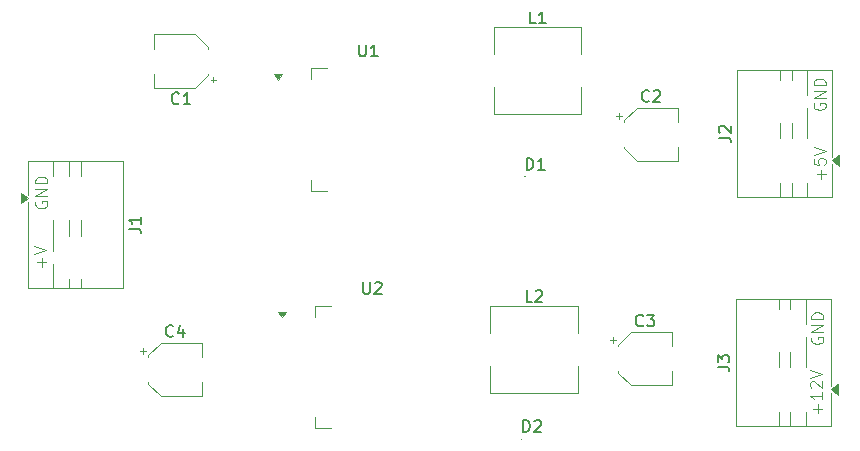
<source format=gbr>
%TF.GenerationSoftware,KiCad,Pcbnew,9.0.0*%
%TF.CreationDate,2025-04-24T17:44:58-04:00*%
%TF.ProjectId,power_systems,706f7765-725f-4737-9973-74656d732e6b,rev?*%
%TF.SameCoordinates,Original*%
%TF.FileFunction,Legend,Top*%
%TF.FilePolarity,Positive*%
%FSLAX46Y46*%
G04 Gerber Fmt 4.6, Leading zero omitted, Abs format (unit mm)*
G04 Created by KiCad (PCBNEW 9.0.0) date 2025-04-24 17:44:58*
%MOMM*%
%LPD*%
G01*
G04 APERTURE LIST*
%ADD10C,0.100000*%
%ADD11C,0.150000*%
%ADD12C,0.120000*%
G04 APERTURE END LIST*
D10*
X92991466Y-50976115D02*
X92991466Y-50214211D01*
X93372419Y-50595163D02*
X92610514Y-50595163D01*
X92372419Y-49261830D02*
X92372419Y-49738020D01*
X92372419Y-49738020D02*
X92848609Y-49785639D01*
X92848609Y-49785639D02*
X92800990Y-49738020D01*
X92800990Y-49738020D02*
X92753371Y-49642782D01*
X92753371Y-49642782D02*
X92753371Y-49404687D01*
X92753371Y-49404687D02*
X92800990Y-49309449D01*
X92800990Y-49309449D02*
X92848609Y-49261830D01*
X92848609Y-49261830D02*
X92943847Y-49214211D01*
X92943847Y-49214211D02*
X93181942Y-49214211D01*
X93181942Y-49214211D02*
X93277180Y-49261830D01*
X93277180Y-49261830D02*
X93324800Y-49309449D01*
X93324800Y-49309449D02*
X93372419Y-49404687D01*
X93372419Y-49404687D02*
X93372419Y-49642782D01*
X93372419Y-49642782D02*
X93324800Y-49738020D01*
X93324800Y-49738020D02*
X93277180Y-49785639D01*
X92372419Y-48928496D02*
X93372419Y-48595163D01*
X93372419Y-48595163D02*
X92372419Y-48261830D01*
X26520038Y-52872306D02*
X26472419Y-52967544D01*
X26472419Y-52967544D02*
X26472419Y-53110401D01*
X26472419Y-53110401D02*
X26520038Y-53253258D01*
X26520038Y-53253258D02*
X26615276Y-53348496D01*
X26615276Y-53348496D02*
X26710514Y-53396115D01*
X26710514Y-53396115D02*
X26900990Y-53443734D01*
X26900990Y-53443734D02*
X27043847Y-53443734D01*
X27043847Y-53443734D02*
X27234323Y-53396115D01*
X27234323Y-53396115D02*
X27329561Y-53348496D01*
X27329561Y-53348496D02*
X27424800Y-53253258D01*
X27424800Y-53253258D02*
X27472419Y-53110401D01*
X27472419Y-53110401D02*
X27472419Y-53015163D01*
X27472419Y-53015163D02*
X27424800Y-52872306D01*
X27424800Y-52872306D02*
X27377180Y-52824687D01*
X27377180Y-52824687D02*
X27043847Y-52824687D01*
X27043847Y-52824687D02*
X27043847Y-53015163D01*
X27472419Y-52396115D02*
X26472419Y-52396115D01*
X26472419Y-52396115D02*
X27472419Y-51824687D01*
X27472419Y-51824687D02*
X26472419Y-51824687D01*
X27472419Y-51348496D02*
X26472419Y-51348496D01*
X26472419Y-51348496D02*
X26472419Y-51110401D01*
X26472419Y-51110401D02*
X26520038Y-50967544D01*
X26520038Y-50967544D02*
X26615276Y-50872306D01*
X26615276Y-50872306D02*
X26710514Y-50824687D01*
X26710514Y-50824687D02*
X26900990Y-50777068D01*
X26900990Y-50777068D02*
X27043847Y-50777068D01*
X27043847Y-50777068D02*
X27234323Y-50824687D01*
X27234323Y-50824687D02*
X27329561Y-50872306D01*
X27329561Y-50872306D02*
X27424800Y-50967544D01*
X27424800Y-50967544D02*
X27472419Y-51110401D01*
X27472419Y-51110401D02*
X27472419Y-51348496D01*
X26991466Y-58396115D02*
X26991466Y-57634211D01*
X27372419Y-58015163D02*
X26610514Y-58015163D01*
X26372419Y-57300877D02*
X27372419Y-56967544D01*
X27372419Y-56967544D02*
X26372419Y-56634211D01*
X92691466Y-70796115D02*
X92691466Y-70034211D01*
X93072419Y-70415163D02*
X92310514Y-70415163D01*
X93072419Y-69034211D02*
X93072419Y-69605639D01*
X93072419Y-69319925D02*
X92072419Y-69319925D01*
X92072419Y-69319925D02*
X92215276Y-69415163D01*
X92215276Y-69415163D02*
X92310514Y-69510401D01*
X92310514Y-69510401D02*
X92358133Y-69605639D01*
X92167657Y-68653258D02*
X92120038Y-68605639D01*
X92120038Y-68605639D02*
X92072419Y-68510401D01*
X92072419Y-68510401D02*
X92072419Y-68272306D01*
X92072419Y-68272306D02*
X92120038Y-68177068D01*
X92120038Y-68177068D02*
X92167657Y-68129449D01*
X92167657Y-68129449D02*
X92262895Y-68081830D01*
X92262895Y-68081830D02*
X92358133Y-68081830D01*
X92358133Y-68081830D02*
X92500990Y-68129449D01*
X92500990Y-68129449D02*
X93072419Y-68700877D01*
X93072419Y-68700877D02*
X93072419Y-68081830D01*
X92072419Y-67796115D02*
X93072419Y-67462782D01*
X93072419Y-67462782D02*
X92072419Y-67129449D01*
X92420038Y-44572306D02*
X92372419Y-44667544D01*
X92372419Y-44667544D02*
X92372419Y-44810401D01*
X92372419Y-44810401D02*
X92420038Y-44953258D01*
X92420038Y-44953258D02*
X92515276Y-45048496D01*
X92515276Y-45048496D02*
X92610514Y-45096115D01*
X92610514Y-45096115D02*
X92800990Y-45143734D01*
X92800990Y-45143734D02*
X92943847Y-45143734D01*
X92943847Y-45143734D02*
X93134323Y-45096115D01*
X93134323Y-45096115D02*
X93229561Y-45048496D01*
X93229561Y-45048496D02*
X93324800Y-44953258D01*
X93324800Y-44953258D02*
X93372419Y-44810401D01*
X93372419Y-44810401D02*
X93372419Y-44715163D01*
X93372419Y-44715163D02*
X93324800Y-44572306D01*
X93324800Y-44572306D02*
X93277180Y-44524687D01*
X93277180Y-44524687D02*
X92943847Y-44524687D01*
X92943847Y-44524687D02*
X92943847Y-44715163D01*
X93372419Y-44096115D02*
X92372419Y-44096115D01*
X92372419Y-44096115D02*
X93372419Y-43524687D01*
X93372419Y-43524687D02*
X92372419Y-43524687D01*
X93372419Y-43048496D02*
X92372419Y-43048496D01*
X92372419Y-43048496D02*
X92372419Y-42810401D01*
X92372419Y-42810401D02*
X92420038Y-42667544D01*
X92420038Y-42667544D02*
X92515276Y-42572306D01*
X92515276Y-42572306D02*
X92610514Y-42524687D01*
X92610514Y-42524687D02*
X92800990Y-42477068D01*
X92800990Y-42477068D02*
X92943847Y-42477068D01*
X92943847Y-42477068D02*
X93134323Y-42524687D01*
X93134323Y-42524687D02*
X93229561Y-42572306D01*
X93229561Y-42572306D02*
X93324800Y-42667544D01*
X93324800Y-42667544D02*
X93372419Y-42810401D01*
X93372419Y-42810401D02*
X93372419Y-43048496D01*
X92220038Y-64372306D02*
X92172419Y-64467544D01*
X92172419Y-64467544D02*
X92172419Y-64610401D01*
X92172419Y-64610401D02*
X92220038Y-64753258D01*
X92220038Y-64753258D02*
X92315276Y-64848496D01*
X92315276Y-64848496D02*
X92410514Y-64896115D01*
X92410514Y-64896115D02*
X92600990Y-64943734D01*
X92600990Y-64943734D02*
X92743847Y-64943734D01*
X92743847Y-64943734D02*
X92934323Y-64896115D01*
X92934323Y-64896115D02*
X93029561Y-64848496D01*
X93029561Y-64848496D02*
X93124800Y-64753258D01*
X93124800Y-64753258D02*
X93172419Y-64610401D01*
X93172419Y-64610401D02*
X93172419Y-64515163D01*
X93172419Y-64515163D02*
X93124800Y-64372306D01*
X93124800Y-64372306D02*
X93077180Y-64324687D01*
X93077180Y-64324687D02*
X92743847Y-64324687D01*
X92743847Y-64324687D02*
X92743847Y-64515163D01*
X93172419Y-63896115D02*
X92172419Y-63896115D01*
X92172419Y-63896115D02*
X93172419Y-63324687D01*
X93172419Y-63324687D02*
X92172419Y-63324687D01*
X93172419Y-62848496D02*
X92172419Y-62848496D01*
X92172419Y-62848496D02*
X92172419Y-62610401D01*
X92172419Y-62610401D02*
X92220038Y-62467544D01*
X92220038Y-62467544D02*
X92315276Y-62372306D01*
X92315276Y-62372306D02*
X92410514Y-62324687D01*
X92410514Y-62324687D02*
X92600990Y-62277068D01*
X92600990Y-62277068D02*
X92743847Y-62277068D01*
X92743847Y-62277068D02*
X92934323Y-62324687D01*
X92934323Y-62324687D02*
X93029561Y-62372306D01*
X93029561Y-62372306D02*
X93124800Y-62467544D01*
X93124800Y-62467544D02*
X93172419Y-62610401D01*
X93172419Y-62610401D02*
X93172419Y-62848496D01*
D11*
X84234819Y-66883333D02*
X84949104Y-66883333D01*
X84949104Y-66883333D02*
X85091961Y-66930952D01*
X85091961Y-66930952D02*
X85187200Y-67026190D01*
X85187200Y-67026190D02*
X85234819Y-67169047D01*
X85234819Y-67169047D02*
X85234819Y-67264285D01*
X84234819Y-66502380D02*
X84234819Y-65883333D01*
X84234819Y-65883333D02*
X84615771Y-66216666D01*
X84615771Y-66216666D02*
X84615771Y-66073809D01*
X84615771Y-66073809D02*
X84663390Y-65978571D01*
X84663390Y-65978571D02*
X84711009Y-65930952D01*
X84711009Y-65930952D02*
X84806247Y-65883333D01*
X84806247Y-65883333D02*
X85044342Y-65883333D01*
X85044342Y-65883333D02*
X85139580Y-65930952D01*
X85139580Y-65930952D02*
X85187200Y-65978571D01*
X85187200Y-65978571D02*
X85234819Y-66073809D01*
X85234819Y-66073809D02*
X85234819Y-66359523D01*
X85234819Y-66359523D02*
X85187200Y-66454761D01*
X85187200Y-66454761D02*
X85139580Y-66502380D01*
X78433333Y-44359580D02*
X78385714Y-44407200D01*
X78385714Y-44407200D02*
X78242857Y-44454819D01*
X78242857Y-44454819D02*
X78147619Y-44454819D01*
X78147619Y-44454819D02*
X78004762Y-44407200D01*
X78004762Y-44407200D02*
X77909524Y-44311961D01*
X77909524Y-44311961D02*
X77861905Y-44216723D01*
X77861905Y-44216723D02*
X77814286Y-44026247D01*
X77814286Y-44026247D02*
X77814286Y-43883390D01*
X77814286Y-43883390D02*
X77861905Y-43692914D01*
X77861905Y-43692914D02*
X77909524Y-43597676D01*
X77909524Y-43597676D02*
X78004762Y-43502438D01*
X78004762Y-43502438D02*
X78147619Y-43454819D01*
X78147619Y-43454819D02*
X78242857Y-43454819D01*
X78242857Y-43454819D02*
X78385714Y-43502438D01*
X78385714Y-43502438D02*
X78433333Y-43550057D01*
X78814286Y-43550057D02*
X78861905Y-43502438D01*
X78861905Y-43502438D02*
X78957143Y-43454819D01*
X78957143Y-43454819D02*
X79195238Y-43454819D01*
X79195238Y-43454819D02*
X79290476Y-43502438D01*
X79290476Y-43502438D02*
X79338095Y-43550057D01*
X79338095Y-43550057D02*
X79385714Y-43645295D01*
X79385714Y-43645295D02*
X79385714Y-43740533D01*
X79385714Y-43740533D02*
X79338095Y-43883390D01*
X79338095Y-43883390D02*
X78766667Y-44454819D01*
X78766667Y-44454819D02*
X79385714Y-44454819D01*
X84334819Y-47483333D02*
X85049104Y-47483333D01*
X85049104Y-47483333D02*
X85191961Y-47530952D01*
X85191961Y-47530952D02*
X85287200Y-47626190D01*
X85287200Y-47626190D02*
X85334819Y-47769047D01*
X85334819Y-47769047D02*
X85334819Y-47864285D01*
X84430057Y-47054761D02*
X84382438Y-47007142D01*
X84382438Y-47007142D02*
X84334819Y-46911904D01*
X84334819Y-46911904D02*
X84334819Y-46673809D01*
X84334819Y-46673809D02*
X84382438Y-46578571D01*
X84382438Y-46578571D02*
X84430057Y-46530952D01*
X84430057Y-46530952D02*
X84525295Y-46483333D01*
X84525295Y-46483333D02*
X84620533Y-46483333D01*
X84620533Y-46483333D02*
X84763390Y-46530952D01*
X84763390Y-46530952D02*
X85334819Y-47102380D01*
X85334819Y-47102380D02*
X85334819Y-46483333D01*
X77933333Y-63359580D02*
X77885714Y-63407200D01*
X77885714Y-63407200D02*
X77742857Y-63454819D01*
X77742857Y-63454819D02*
X77647619Y-63454819D01*
X77647619Y-63454819D02*
X77504762Y-63407200D01*
X77504762Y-63407200D02*
X77409524Y-63311961D01*
X77409524Y-63311961D02*
X77361905Y-63216723D01*
X77361905Y-63216723D02*
X77314286Y-63026247D01*
X77314286Y-63026247D02*
X77314286Y-62883390D01*
X77314286Y-62883390D02*
X77361905Y-62692914D01*
X77361905Y-62692914D02*
X77409524Y-62597676D01*
X77409524Y-62597676D02*
X77504762Y-62502438D01*
X77504762Y-62502438D02*
X77647619Y-62454819D01*
X77647619Y-62454819D02*
X77742857Y-62454819D01*
X77742857Y-62454819D02*
X77885714Y-62502438D01*
X77885714Y-62502438D02*
X77933333Y-62550057D01*
X78266667Y-62454819D02*
X78885714Y-62454819D01*
X78885714Y-62454819D02*
X78552381Y-62835771D01*
X78552381Y-62835771D02*
X78695238Y-62835771D01*
X78695238Y-62835771D02*
X78790476Y-62883390D01*
X78790476Y-62883390D02*
X78838095Y-62931009D01*
X78838095Y-62931009D02*
X78885714Y-63026247D01*
X78885714Y-63026247D02*
X78885714Y-63264342D01*
X78885714Y-63264342D02*
X78838095Y-63359580D01*
X78838095Y-63359580D02*
X78790476Y-63407200D01*
X78790476Y-63407200D02*
X78695238Y-63454819D01*
X78695238Y-63454819D02*
X78409524Y-63454819D01*
X78409524Y-63454819D02*
X78314286Y-63407200D01*
X78314286Y-63407200D02*
X78266667Y-63359580D01*
X38633333Y-44559580D02*
X38585714Y-44607200D01*
X38585714Y-44607200D02*
X38442857Y-44654819D01*
X38442857Y-44654819D02*
X38347619Y-44654819D01*
X38347619Y-44654819D02*
X38204762Y-44607200D01*
X38204762Y-44607200D02*
X38109524Y-44511961D01*
X38109524Y-44511961D02*
X38061905Y-44416723D01*
X38061905Y-44416723D02*
X38014286Y-44226247D01*
X38014286Y-44226247D02*
X38014286Y-44083390D01*
X38014286Y-44083390D02*
X38061905Y-43892914D01*
X38061905Y-43892914D02*
X38109524Y-43797676D01*
X38109524Y-43797676D02*
X38204762Y-43702438D01*
X38204762Y-43702438D02*
X38347619Y-43654819D01*
X38347619Y-43654819D02*
X38442857Y-43654819D01*
X38442857Y-43654819D02*
X38585714Y-43702438D01*
X38585714Y-43702438D02*
X38633333Y-43750057D01*
X39585714Y-44654819D02*
X39014286Y-44654819D01*
X39300000Y-44654819D02*
X39300000Y-43654819D01*
X39300000Y-43654819D02*
X39204762Y-43797676D01*
X39204762Y-43797676D02*
X39109524Y-43892914D01*
X39109524Y-43892914D02*
X39014286Y-43940533D01*
X54213095Y-59704819D02*
X54213095Y-60514342D01*
X54213095Y-60514342D02*
X54260714Y-60609580D01*
X54260714Y-60609580D02*
X54308333Y-60657200D01*
X54308333Y-60657200D02*
X54403571Y-60704819D01*
X54403571Y-60704819D02*
X54594047Y-60704819D01*
X54594047Y-60704819D02*
X54689285Y-60657200D01*
X54689285Y-60657200D02*
X54736904Y-60609580D01*
X54736904Y-60609580D02*
X54784523Y-60514342D01*
X54784523Y-60514342D02*
X54784523Y-59704819D01*
X55213095Y-59800057D02*
X55260714Y-59752438D01*
X55260714Y-59752438D02*
X55355952Y-59704819D01*
X55355952Y-59704819D02*
X55594047Y-59704819D01*
X55594047Y-59704819D02*
X55689285Y-59752438D01*
X55689285Y-59752438D02*
X55736904Y-59800057D01*
X55736904Y-59800057D02*
X55784523Y-59895295D01*
X55784523Y-59895295D02*
X55784523Y-59990533D01*
X55784523Y-59990533D02*
X55736904Y-60133390D01*
X55736904Y-60133390D02*
X55165476Y-60704819D01*
X55165476Y-60704819D02*
X55784523Y-60704819D01*
X38133333Y-64259580D02*
X38085714Y-64307200D01*
X38085714Y-64307200D02*
X37942857Y-64354819D01*
X37942857Y-64354819D02*
X37847619Y-64354819D01*
X37847619Y-64354819D02*
X37704762Y-64307200D01*
X37704762Y-64307200D02*
X37609524Y-64211961D01*
X37609524Y-64211961D02*
X37561905Y-64116723D01*
X37561905Y-64116723D02*
X37514286Y-63926247D01*
X37514286Y-63926247D02*
X37514286Y-63783390D01*
X37514286Y-63783390D02*
X37561905Y-63592914D01*
X37561905Y-63592914D02*
X37609524Y-63497676D01*
X37609524Y-63497676D02*
X37704762Y-63402438D01*
X37704762Y-63402438D02*
X37847619Y-63354819D01*
X37847619Y-63354819D02*
X37942857Y-63354819D01*
X37942857Y-63354819D02*
X38085714Y-63402438D01*
X38085714Y-63402438D02*
X38133333Y-63450057D01*
X38990476Y-63688152D02*
X38990476Y-64354819D01*
X38752381Y-63307200D02*
X38514286Y-64021485D01*
X38514286Y-64021485D02*
X39133333Y-64021485D01*
X67761905Y-72404819D02*
X67761905Y-71404819D01*
X67761905Y-71404819D02*
X68000000Y-71404819D01*
X68000000Y-71404819D02*
X68142857Y-71452438D01*
X68142857Y-71452438D02*
X68238095Y-71547676D01*
X68238095Y-71547676D02*
X68285714Y-71642914D01*
X68285714Y-71642914D02*
X68333333Y-71833390D01*
X68333333Y-71833390D02*
X68333333Y-71976247D01*
X68333333Y-71976247D02*
X68285714Y-72166723D01*
X68285714Y-72166723D02*
X68238095Y-72261961D01*
X68238095Y-72261961D02*
X68142857Y-72357200D01*
X68142857Y-72357200D02*
X68000000Y-72404819D01*
X68000000Y-72404819D02*
X67761905Y-72404819D01*
X68714286Y-71500057D02*
X68761905Y-71452438D01*
X68761905Y-71452438D02*
X68857143Y-71404819D01*
X68857143Y-71404819D02*
X69095238Y-71404819D01*
X69095238Y-71404819D02*
X69190476Y-71452438D01*
X69190476Y-71452438D02*
X69238095Y-71500057D01*
X69238095Y-71500057D02*
X69285714Y-71595295D01*
X69285714Y-71595295D02*
X69285714Y-71690533D01*
X69285714Y-71690533D02*
X69238095Y-71833390D01*
X69238095Y-71833390D02*
X68666667Y-72404819D01*
X68666667Y-72404819D02*
X69285714Y-72404819D01*
X53888095Y-39604819D02*
X53888095Y-40414342D01*
X53888095Y-40414342D02*
X53935714Y-40509580D01*
X53935714Y-40509580D02*
X53983333Y-40557200D01*
X53983333Y-40557200D02*
X54078571Y-40604819D01*
X54078571Y-40604819D02*
X54269047Y-40604819D01*
X54269047Y-40604819D02*
X54364285Y-40557200D01*
X54364285Y-40557200D02*
X54411904Y-40509580D01*
X54411904Y-40509580D02*
X54459523Y-40414342D01*
X54459523Y-40414342D02*
X54459523Y-39604819D01*
X55459523Y-40604819D02*
X54888095Y-40604819D01*
X55173809Y-40604819D02*
X55173809Y-39604819D01*
X55173809Y-39604819D02*
X55078571Y-39747676D01*
X55078571Y-39747676D02*
X54983333Y-39842914D01*
X54983333Y-39842914D02*
X54888095Y-39890533D01*
X68833333Y-37804819D02*
X68357143Y-37804819D01*
X68357143Y-37804819D02*
X68357143Y-36804819D01*
X69690476Y-37804819D02*
X69119048Y-37804819D01*
X69404762Y-37804819D02*
X69404762Y-36804819D01*
X69404762Y-36804819D02*
X69309524Y-36947676D01*
X69309524Y-36947676D02*
X69214286Y-37042914D01*
X69214286Y-37042914D02*
X69119048Y-37090533D01*
X68533333Y-61404819D02*
X68057143Y-61404819D01*
X68057143Y-61404819D02*
X68057143Y-60404819D01*
X68819048Y-60500057D02*
X68866667Y-60452438D01*
X68866667Y-60452438D02*
X68961905Y-60404819D01*
X68961905Y-60404819D02*
X69200000Y-60404819D01*
X69200000Y-60404819D02*
X69295238Y-60452438D01*
X69295238Y-60452438D02*
X69342857Y-60500057D01*
X69342857Y-60500057D02*
X69390476Y-60595295D01*
X69390476Y-60595295D02*
X69390476Y-60690533D01*
X69390476Y-60690533D02*
X69342857Y-60833390D01*
X69342857Y-60833390D02*
X68771429Y-61404819D01*
X68771429Y-61404819D02*
X69390476Y-61404819D01*
X34374819Y-55183333D02*
X35089104Y-55183333D01*
X35089104Y-55183333D02*
X35231961Y-55230952D01*
X35231961Y-55230952D02*
X35327200Y-55326190D01*
X35327200Y-55326190D02*
X35374819Y-55469047D01*
X35374819Y-55469047D02*
X35374819Y-55564285D01*
X35374819Y-54183333D02*
X35374819Y-54754761D01*
X35374819Y-54469047D02*
X34374819Y-54469047D01*
X34374819Y-54469047D02*
X34517676Y-54564285D01*
X34517676Y-54564285D02*
X34612914Y-54659523D01*
X34612914Y-54659523D02*
X34660533Y-54754761D01*
X68061905Y-50204819D02*
X68061905Y-49204819D01*
X68061905Y-49204819D02*
X68300000Y-49204819D01*
X68300000Y-49204819D02*
X68442857Y-49252438D01*
X68442857Y-49252438D02*
X68538095Y-49347676D01*
X68538095Y-49347676D02*
X68585714Y-49442914D01*
X68585714Y-49442914D02*
X68633333Y-49633390D01*
X68633333Y-49633390D02*
X68633333Y-49776247D01*
X68633333Y-49776247D02*
X68585714Y-49966723D01*
X68585714Y-49966723D02*
X68538095Y-50061961D01*
X68538095Y-50061961D02*
X68442857Y-50157200D01*
X68442857Y-50157200D02*
X68300000Y-50204819D01*
X68300000Y-50204819D02*
X68061905Y-50204819D01*
X69585714Y-50204819D02*
X69014286Y-50204819D01*
X69300000Y-50204819D02*
X69300000Y-49204819D01*
X69300000Y-49204819D02*
X69204762Y-49347676D01*
X69204762Y-49347676D02*
X69109524Y-49442914D01*
X69109524Y-49442914D02*
X69014286Y-49490533D01*
D12*
%TO.C,J3*%
X85780000Y-61180000D02*
X93820000Y-61180000D01*
X85780000Y-71920000D02*
X85780000Y-61180000D01*
X85780000Y-71920000D02*
X93820000Y-71920000D01*
X89400000Y-61988000D02*
X89400000Y-61180000D01*
X89400000Y-66920000D02*
X89400000Y-65612000D01*
X89400000Y-71920000D02*
X89400000Y-70680000D01*
X90400000Y-61988000D02*
X90400000Y-61180000D01*
X90400000Y-66920000D02*
X90400000Y-65612000D01*
X90400000Y-71920000D02*
X90400000Y-70680000D01*
X91700000Y-63257000D02*
X91700000Y-61180000D01*
X91700000Y-66920000D02*
X91700000Y-64343000D01*
X91700000Y-71920000D02*
X91700000Y-70680000D01*
X93820000Y-68500000D02*
X93820000Y-61180000D01*
X93820000Y-71920000D02*
X93820000Y-69100000D01*
X94430000Y-69240000D02*
X93820000Y-68800000D01*
X94430000Y-68360000D01*
X94430000Y-69240000D01*
G36*
X94430000Y-69240000D02*
G01*
X93820000Y-68800000D01*
X94430000Y-68360000D01*
X94430000Y-69240000D01*
G37*
%TO.C,C2*%
X75600000Y-45640000D02*
X76100000Y-45640000D01*
X75850000Y-45390000D02*
X75850000Y-45890000D01*
X76340000Y-46004437D02*
X76340000Y-46140000D01*
X76340000Y-46004437D02*
X77404437Y-44940000D01*
X76340000Y-48395563D02*
X76340000Y-48260000D01*
X76340000Y-48395563D02*
X77404437Y-49460000D01*
X77404437Y-44940000D02*
X80860000Y-44940000D01*
X77404437Y-49460000D02*
X80860000Y-49460000D01*
X80860000Y-44940000D02*
X80860000Y-46140000D01*
X80860000Y-49460000D02*
X80860000Y-48260000D01*
%TO.C,J2*%
X85880000Y-41780000D02*
X93920000Y-41780000D01*
X85880000Y-52520000D02*
X85880000Y-41780000D01*
X85880000Y-52520000D02*
X93920000Y-52520000D01*
X89500000Y-42588000D02*
X89500000Y-41780000D01*
X89500000Y-47520000D02*
X89500000Y-46212000D01*
X89500000Y-52520000D02*
X89500000Y-51280000D01*
X90500000Y-42588000D02*
X90500000Y-41780000D01*
X90500000Y-47520000D02*
X90500000Y-46212000D01*
X90500000Y-52520000D02*
X90500000Y-51280000D01*
X91800000Y-43857000D02*
X91800000Y-41780000D01*
X91800000Y-47520000D02*
X91800000Y-44943000D01*
X91800000Y-52520000D02*
X91800000Y-51280000D01*
X93920000Y-49100000D02*
X93920000Y-41780000D01*
X93920000Y-52520000D02*
X93920000Y-49700000D01*
X94530000Y-49840000D02*
X93920000Y-49400000D01*
X94530000Y-48960000D01*
X94530000Y-49840000D01*
G36*
X94530000Y-49840000D02*
G01*
X93920000Y-49400000D01*
X94530000Y-48960000D01*
X94530000Y-49840000D01*
G37*
%TO.C,C3*%
X75100000Y-64640000D02*
X75600000Y-64640000D01*
X75350000Y-64390000D02*
X75350000Y-64890000D01*
X75840000Y-65004437D02*
X75840000Y-65140000D01*
X75840000Y-65004437D02*
X76904437Y-63940000D01*
X75840000Y-67395563D02*
X75840000Y-67260000D01*
X75840000Y-67395563D02*
X76904437Y-68460000D01*
X76904437Y-63940000D02*
X80360000Y-63940000D01*
X76904437Y-68460000D02*
X80360000Y-68460000D01*
X80360000Y-63940000D02*
X80360000Y-65140000D01*
X80360000Y-68460000D02*
X80360000Y-67260000D01*
%TO.C,C1*%
X36540000Y-38740000D02*
X36540000Y-39940000D01*
X36540000Y-43260000D02*
X36540000Y-42060000D01*
X39995563Y-38740000D02*
X36540000Y-38740000D01*
X39995563Y-43260000D02*
X36540000Y-43260000D01*
X41060000Y-39804437D02*
X39995563Y-38740000D01*
X41060000Y-39804437D02*
X41060000Y-39940000D01*
X41060000Y-42195563D02*
X39995563Y-43260000D01*
X41060000Y-42195563D02*
X41060000Y-42060000D01*
X41550000Y-42810000D02*
X41550000Y-42310000D01*
X41800000Y-42560000D02*
X41300000Y-42560000D01*
%TO.C,U2*%
X50150000Y-61700000D02*
X50150000Y-62650000D01*
X50150000Y-72100000D02*
X50150000Y-71150000D01*
X51515000Y-61700000D02*
X50150000Y-61700000D01*
X51515000Y-72100000D02*
X50150000Y-72100000D01*
X47325000Y-62690000D02*
X46985000Y-62220000D01*
X47665000Y-62220000D01*
X47325000Y-62690000D01*
G36*
X47325000Y-62690000D02*
G01*
X46985000Y-62220000D01*
X47665000Y-62220000D01*
X47325000Y-62690000D01*
G37*
%TO.C,C4*%
X35300000Y-65540000D02*
X35800000Y-65540000D01*
X35550000Y-65290000D02*
X35550000Y-65790000D01*
X36040000Y-65904437D02*
X36040000Y-66040000D01*
X36040000Y-65904437D02*
X37104437Y-64840000D01*
X36040000Y-68295563D02*
X36040000Y-68160000D01*
X36040000Y-68295563D02*
X37104437Y-69360000D01*
X37104437Y-64840000D02*
X40560000Y-64840000D01*
X37104437Y-69360000D02*
X40560000Y-69360000D01*
X40560000Y-64840000D02*
X40560000Y-66040000D01*
X40560000Y-69360000D02*
X40560000Y-68160000D01*
D10*
%TO.C,D2*%
X67690000Y-73000000D02*
G75*
G02*
X67590000Y-73000000I-50000J0D01*
G01*
X67590000Y-73000000D02*
G75*
G02*
X67690000Y-73000000I50000J0D01*
G01*
D12*
%TO.C,U1*%
X49825000Y-41600000D02*
X49825000Y-42550000D01*
X49825000Y-52000000D02*
X49825000Y-51050000D01*
X51190000Y-41600000D02*
X49825000Y-41600000D01*
X51190000Y-52000000D02*
X49825000Y-52000000D01*
X47000000Y-42590000D02*
X46660000Y-42120000D01*
X47340000Y-42120000D01*
X47000000Y-42590000D01*
G36*
X47000000Y-42590000D02*
G01*
X46660000Y-42120000D01*
X47340000Y-42120000D01*
X47000000Y-42590000D01*
G37*
%TO.C,L1*%
X65300000Y-38100000D02*
X72700000Y-38100000D01*
X65300000Y-40400000D02*
X65300000Y-38100000D01*
X65300000Y-45500000D02*
X65300000Y-43200000D01*
X72700000Y-38100000D02*
X72700000Y-40400000D01*
X72700000Y-43200000D02*
X72700000Y-45500000D01*
X72700000Y-45500000D02*
X65300000Y-45500000D01*
%TO.C,L2*%
X65000000Y-61700000D02*
X72400000Y-61700000D01*
X65000000Y-64000000D02*
X65000000Y-61700000D01*
X65000000Y-69100000D02*
X65000000Y-66800000D01*
X72400000Y-61700000D02*
X72400000Y-64000000D01*
X72400000Y-66800000D02*
X72400000Y-69100000D01*
X72400000Y-69100000D02*
X65000000Y-69100000D01*
%TO.C,J1*%
X25880000Y-49480000D02*
X25880000Y-52300000D01*
X25880000Y-52900000D02*
X25880000Y-60220000D01*
X28000000Y-49480000D02*
X28000000Y-50720000D01*
X28000000Y-54480000D02*
X28000000Y-57057000D01*
X28000000Y-58143000D02*
X28000000Y-60220000D01*
X29300000Y-49480000D02*
X29300000Y-50720000D01*
X29300000Y-54480000D02*
X29300000Y-55788000D01*
X29300000Y-59412000D02*
X29300000Y-60220000D01*
X30300000Y-49480000D02*
X30300000Y-50720000D01*
X30300000Y-54480000D02*
X30300000Y-55788000D01*
X30300000Y-59412000D02*
X30300000Y-60220000D01*
X33920000Y-49480000D02*
X25880000Y-49480000D01*
X33920000Y-49480000D02*
X33920000Y-60220000D01*
X33920000Y-60220000D02*
X25880000Y-60220000D01*
X25880000Y-52600000D02*
X25270000Y-53040000D01*
X25270000Y-52160000D01*
X25880000Y-52600000D01*
G36*
X25880000Y-52600000D02*
G01*
X25270000Y-53040000D01*
X25270000Y-52160000D01*
X25880000Y-52600000D01*
G37*
D10*
%TO.C,D1*%
X67990000Y-50800000D02*
G75*
G02*
X67890000Y-50800000I-50000J0D01*
G01*
X67890000Y-50800000D02*
G75*
G02*
X67990000Y-50800000I50000J0D01*
G01*
%TD*%
M02*

</source>
